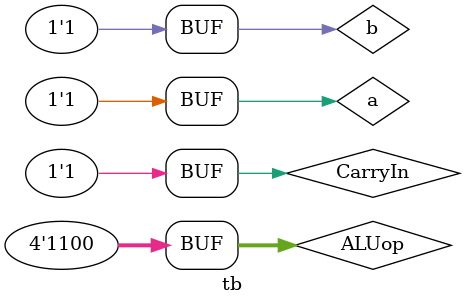
<source format=v>
module tb
(
);
	reg a;
	reg b;
	reg CarryIn;
	reg [3:0]ALUop;
	wire Result;
	wire CarryOut;
	
ALU_1_bit ALU
(
	.a(a),
	.b(b),
	.CarryIn(CarryIn),
	.ALUop(ALUop),
	.Result(Result),
	.CarryOut(CarryOut)

);
	
initial
	
	begin
		a= 1'b1;
		b = 1'b1;
		CarryIn = 1'b0;
	end
	
initial
	begin
		ALUop = 4'b0000;
		#50 ALUop = 4'b0001;
		#50 ALUop = 4'b0010;
		#50 CarryIn = 1'b1;
		ALUop = 4'b0110;
		#50 ALUop = 4'b1100;
	end
endmodule

</source>
